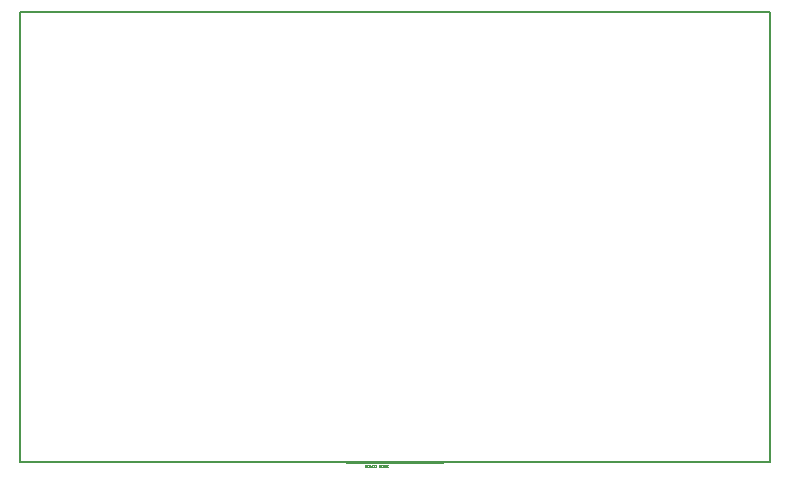
<source format=gm1>
G04*
G04 #@! TF.GenerationSoftware,Altium Limited,Altium Designer,18.1.9 (240)*
G04*
G04 Layer_Color=16711935*
%FSLAX24Y24*%
%MOIN*%
G70*
G01*
G75*
%ADD12C,0.0070*%
%ADD86C,0.0016*%
D12*
X25000Y0D02*
Y15000D01*
X0D02*
X25000D01*
X0Y0D02*
Y15000D01*
Y0D02*
X25000D01*
X10917Y-47D02*
X14090D01*
D86*
X11500Y-97D02*
Y-176D01*
X11539D01*
X11552Y-162D01*
Y-149D01*
X11539Y-136D01*
X11500D01*
X11539D01*
X11552Y-123D01*
Y-110D01*
X11539Y-97D01*
X11500D01*
X11618D02*
X11592D01*
X11579Y-110D01*
Y-162D01*
X11592Y-176D01*
X11618D01*
X11631Y-162D01*
Y-110D01*
X11618Y-97D01*
X11657Y-176D02*
Y-123D01*
X11684Y-97D01*
X11710Y-123D01*
Y-176D01*
Y-136D01*
X11657D01*
X11736Y-176D02*
Y-97D01*
X11775D01*
X11789Y-110D01*
Y-136D01*
X11775Y-149D01*
X11736D01*
X11762D02*
X11789Y-176D01*
X11815Y-97D02*
Y-176D01*
X11854D01*
X11867Y-162D01*
Y-110D01*
X11854Y-97D01*
X11815D01*
X12025D02*
X11972D01*
Y-176D01*
X12025D01*
X11972Y-136D02*
X11999D01*
X12051Y-97D02*
Y-176D01*
X12090D01*
X12103Y-162D01*
Y-110D01*
X12090Y-97D01*
X12051D01*
X12182Y-110D02*
X12169Y-97D01*
X12143D01*
X12130Y-110D01*
Y-162D01*
X12143Y-176D01*
X12169D01*
X12182Y-162D01*
Y-136D01*
X12156D01*
X12261Y-97D02*
X12208D01*
Y-176D01*
X12261D01*
X12208Y-136D02*
X12235D01*
M02*

</source>
